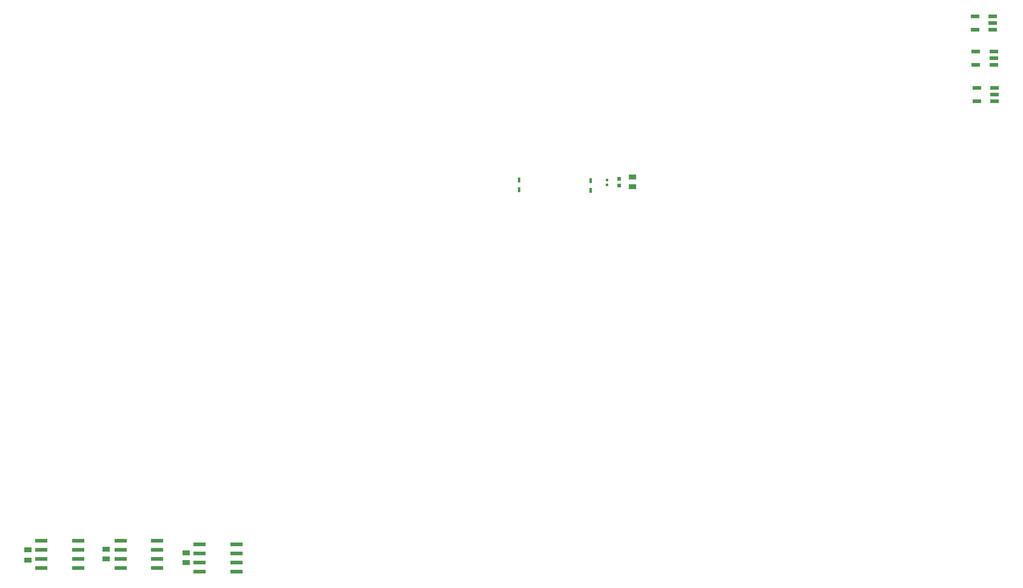
<source format=gbp>
G04*
G04 #@! TF.GenerationSoftware,Altium Limited,Altium Designer,20.0.13 (296)*
G04*
G04 Layer_Color=128*
%FSLAX24Y24*%
%MOIN*%
G70*
G01*
G75*
%ADD17R,0.0472X0.0236*%
%ADD19R,0.0157X0.0287*%
%ADD21R,0.0386X0.0307*%
%ADD22R,0.0165X0.0181*%
%ADD23R,0.0244X0.0236*%
%ADD100R,0.0689X0.0236*%
D17*
X54916Y34150D02*
D03*
Y33402D02*
D03*
X55900D02*
D03*
Y33776D02*
D03*
Y34150D02*
D03*
X54966Y32224D02*
D03*
Y31476D02*
D03*
X55950D02*
D03*
Y31850D02*
D03*
Y32224D02*
D03*
X55008Y30224D02*
D03*
Y29476D02*
D03*
X55992D02*
D03*
Y29850D02*
D03*
Y30224D02*
D03*
D19*
X33800Y25126D02*
D03*
Y24574D02*
D03*
X29850Y25150D02*
D03*
Y24599D02*
D03*
D21*
X7150Y4300D02*
D03*
Y4851D02*
D03*
X2850Y4250D02*
D03*
Y4801D02*
D03*
X36100Y25326D02*
D03*
Y24774D02*
D03*
X11550Y4650D02*
D03*
Y4099D02*
D03*
D22*
X34700Y24890D02*
D03*
Y25150D02*
D03*
D23*
X35350Y24850D02*
D03*
Y25212D02*
D03*
D100*
X3596Y5300D02*
D03*
Y4800D02*
D03*
Y4300D02*
D03*
Y3800D02*
D03*
X5604D02*
D03*
Y4300D02*
D03*
Y4800D02*
D03*
Y5300D02*
D03*
X7946D02*
D03*
Y4800D02*
D03*
Y4300D02*
D03*
Y3800D02*
D03*
X9954D02*
D03*
Y4300D02*
D03*
Y4800D02*
D03*
Y5300D02*
D03*
X12296Y5100D02*
D03*
Y4600D02*
D03*
Y4100D02*
D03*
Y3600D02*
D03*
X14304D02*
D03*
Y4100D02*
D03*
Y4600D02*
D03*
Y5100D02*
D03*
M02*

</source>
